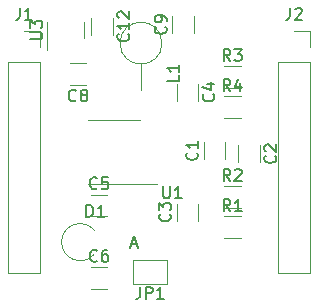
<source format=gbr>
%TF.GenerationSoftware,KiCad,Pcbnew,7.0.7*%
%TF.CreationDate,2024-03-19T13:44:43-07:00*%
%TF.ProjectId,ads7253_breakout,61647337-3235-4335-9f62-7265616b6f75,rev?*%
%TF.SameCoordinates,Original*%
%TF.FileFunction,Legend,Top*%
%TF.FilePolarity,Positive*%
%FSLAX46Y46*%
G04 Gerber Fmt 4.6, Leading zero omitted, Abs format (unit mm)*
G04 Created by KiCad (PCBNEW 7.0.7) date 2024-03-19 13:44:43*
%MOMM*%
%LPD*%
G01*
G04 APERTURE LIST*
%ADD10C,0.150000*%
%ADD11C,0.120000*%
G04 APERTURE END LIST*
D10*
X84364819Y-75516404D02*
X85174342Y-75516404D01*
X85174342Y-75516404D02*
X85269580Y-75468785D01*
X85269580Y-75468785D02*
X85317200Y-75421166D01*
X85317200Y-75421166D02*
X85364819Y-75325928D01*
X85364819Y-75325928D02*
X85364819Y-75135452D01*
X85364819Y-75135452D02*
X85317200Y-75040214D01*
X85317200Y-75040214D02*
X85269580Y-74992595D01*
X85269580Y-74992595D02*
X85174342Y-74944976D01*
X85174342Y-74944976D02*
X84364819Y-74944976D01*
X84364819Y-74564023D02*
X84364819Y-73944976D01*
X84364819Y-73944976D02*
X84745771Y-74278309D01*
X84745771Y-74278309D02*
X84745771Y-74135452D01*
X84745771Y-74135452D02*
X84793390Y-74040214D01*
X84793390Y-74040214D02*
X84841009Y-73992595D01*
X84841009Y-73992595D02*
X84936247Y-73944976D01*
X84936247Y-73944976D02*
X85174342Y-73944976D01*
X85174342Y-73944976D02*
X85269580Y-73992595D01*
X85269580Y-73992595D02*
X85317200Y-74040214D01*
X85317200Y-74040214D02*
X85364819Y-74135452D01*
X85364819Y-74135452D02*
X85364819Y-74421166D01*
X85364819Y-74421166D02*
X85317200Y-74516404D01*
X85317200Y-74516404D02*
X85269580Y-74564023D01*
X95611845Y-87979819D02*
X95611845Y-88789342D01*
X95611845Y-88789342D02*
X95659464Y-88884580D01*
X95659464Y-88884580D02*
X95707083Y-88932200D01*
X95707083Y-88932200D02*
X95802321Y-88979819D01*
X95802321Y-88979819D02*
X95992797Y-88979819D01*
X95992797Y-88979819D02*
X96088035Y-88932200D01*
X96088035Y-88932200D02*
X96135654Y-88884580D01*
X96135654Y-88884580D02*
X96183273Y-88789342D01*
X96183273Y-88789342D02*
X96183273Y-87979819D01*
X97183273Y-88979819D02*
X96611845Y-88979819D01*
X96897559Y-88979819D02*
X96897559Y-87979819D01*
X96897559Y-87979819D02*
X96802321Y-88122676D01*
X96802321Y-88122676D02*
X96707083Y-88217914D01*
X96707083Y-88217914D02*
X96611845Y-88265533D01*
X101287083Y-79914819D02*
X100953750Y-79438628D01*
X100715655Y-79914819D02*
X100715655Y-78914819D01*
X100715655Y-78914819D02*
X101096607Y-78914819D01*
X101096607Y-78914819D02*
X101191845Y-78962438D01*
X101191845Y-78962438D02*
X101239464Y-79010057D01*
X101239464Y-79010057D02*
X101287083Y-79105295D01*
X101287083Y-79105295D02*
X101287083Y-79248152D01*
X101287083Y-79248152D02*
X101239464Y-79343390D01*
X101239464Y-79343390D02*
X101191845Y-79391009D01*
X101191845Y-79391009D02*
X101096607Y-79438628D01*
X101096607Y-79438628D02*
X100715655Y-79438628D01*
X102144226Y-79248152D02*
X102144226Y-79914819D01*
X101906131Y-78867200D02*
X101668036Y-79581485D01*
X101668036Y-79581485D02*
X102287083Y-79581485D01*
X101287083Y-77374819D02*
X100953750Y-76898628D01*
X100715655Y-77374819D02*
X100715655Y-76374819D01*
X100715655Y-76374819D02*
X101096607Y-76374819D01*
X101096607Y-76374819D02*
X101191845Y-76422438D01*
X101191845Y-76422438D02*
X101239464Y-76470057D01*
X101239464Y-76470057D02*
X101287083Y-76565295D01*
X101287083Y-76565295D02*
X101287083Y-76708152D01*
X101287083Y-76708152D02*
X101239464Y-76803390D01*
X101239464Y-76803390D02*
X101191845Y-76851009D01*
X101191845Y-76851009D02*
X101096607Y-76898628D01*
X101096607Y-76898628D02*
X100715655Y-76898628D01*
X101620417Y-76374819D02*
X102239464Y-76374819D01*
X102239464Y-76374819D02*
X101906131Y-76755771D01*
X101906131Y-76755771D02*
X102048988Y-76755771D01*
X102048988Y-76755771D02*
X102144226Y-76803390D01*
X102144226Y-76803390D02*
X102191845Y-76851009D01*
X102191845Y-76851009D02*
X102239464Y-76946247D01*
X102239464Y-76946247D02*
X102239464Y-77184342D01*
X102239464Y-77184342D02*
X102191845Y-77279580D01*
X102191845Y-77279580D02*
X102144226Y-77327200D01*
X102144226Y-77327200D02*
X102048988Y-77374819D01*
X102048988Y-77374819D02*
X101763274Y-77374819D01*
X101763274Y-77374819D02*
X101668036Y-77327200D01*
X101668036Y-77327200D02*
X101620417Y-77279580D01*
X101287083Y-87534819D02*
X100953750Y-87058628D01*
X100715655Y-87534819D02*
X100715655Y-86534819D01*
X100715655Y-86534819D02*
X101096607Y-86534819D01*
X101096607Y-86534819D02*
X101191845Y-86582438D01*
X101191845Y-86582438D02*
X101239464Y-86630057D01*
X101239464Y-86630057D02*
X101287083Y-86725295D01*
X101287083Y-86725295D02*
X101287083Y-86868152D01*
X101287083Y-86868152D02*
X101239464Y-86963390D01*
X101239464Y-86963390D02*
X101191845Y-87011009D01*
X101191845Y-87011009D02*
X101096607Y-87058628D01*
X101096607Y-87058628D02*
X100715655Y-87058628D01*
X101668036Y-86630057D02*
X101715655Y-86582438D01*
X101715655Y-86582438D02*
X101810893Y-86534819D01*
X101810893Y-86534819D02*
X102048988Y-86534819D01*
X102048988Y-86534819D02*
X102144226Y-86582438D01*
X102144226Y-86582438D02*
X102191845Y-86630057D01*
X102191845Y-86630057D02*
X102239464Y-86725295D01*
X102239464Y-86725295D02*
X102239464Y-86820533D01*
X102239464Y-86820533D02*
X102191845Y-86963390D01*
X102191845Y-86963390D02*
X101620417Y-87534819D01*
X101620417Y-87534819D02*
X102239464Y-87534819D01*
X101287083Y-90074819D02*
X100953750Y-89598628D01*
X100715655Y-90074819D02*
X100715655Y-89074819D01*
X100715655Y-89074819D02*
X101096607Y-89074819D01*
X101096607Y-89074819D02*
X101191845Y-89122438D01*
X101191845Y-89122438D02*
X101239464Y-89170057D01*
X101239464Y-89170057D02*
X101287083Y-89265295D01*
X101287083Y-89265295D02*
X101287083Y-89408152D01*
X101287083Y-89408152D02*
X101239464Y-89503390D01*
X101239464Y-89503390D02*
X101191845Y-89551009D01*
X101191845Y-89551009D02*
X101096607Y-89598628D01*
X101096607Y-89598628D02*
X100715655Y-89598628D01*
X102239464Y-90074819D02*
X101668036Y-90074819D01*
X101953750Y-90074819D02*
X101953750Y-89074819D01*
X101953750Y-89074819D02*
X101858512Y-89217676D01*
X101858512Y-89217676D02*
X101763274Y-89312914D01*
X101763274Y-89312914D02*
X101668036Y-89360533D01*
X96950819Y-78564666D02*
X96950819Y-79040856D01*
X96950819Y-79040856D02*
X95950819Y-79040856D01*
X96950819Y-77707523D02*
X96950819Y-78278951D01*
X96950819Y-77993237D02*
X95950819Y-77993237D01*
X95950819Y-77993237D02*
X96093676Y-78088475D01*
X96093676Y-78088475D02*
X96188914Y-78183713D01*
X96188914Y-78183713D02*
X96236533Y-78278951D01*
X93654666Y-96504819D02*
X93654666Y-97219104D01*
X93654666Y-97219104D02*
X93607047Y-97361961D01*
X93607047Y-97361961D02*
X93511809Y-97457200D01*
X93511809Y-97457200D02*
X93368952Y-97504819D01*
X93368952Y-97504819D02*
X93273714Y-97504819D01*
X94130857Y-97504819D02*
X94130857Y-96504819D01*
X94130857Y-96504819D02*
X94511809Y-96504819D01*
X94511809Y-96504819D02*
X94607047Y-96552438D01*
X94607047Y-96552438D02*
X94654666Y-96600057D01*
X94654666Y-96600057D02*
X94702285Y-96695295D01*
X94702285Y-96695295D02*
X94702285Y-96838152D01*
X94702285Y-96838152D02*
X94654666Y-96933390D01*
X94654666Y-96933390D02*
X94607047Y-96981009D01*
X94607047Y-96981009D02*
X94511809Y-97028628D01*
X94511809Y-97028628D02*
X94130857Y-97028628D01*
X95654666Y-97504819D02*
X95083238Y-97504819D01*
X95368952Y-97504819D02*
X95368952Y-96504819D01*
X95368952Y-96504819D02*
X95273714Y-96647676D01*
X95273714Y-96647676D02*
X95178476Y-96742914D01*
X95178476Y-96742914D02*
X95083238Y-96790533D01*
X106346666Y-72884819D02*
X106346666Y-73599104D01*
X106346666Y-73599104D02*
X106299047Y-73741961D01*
X106299047Y-73741961D02*
X106203809Y-73837200D01*
X106203809Y-73837200D02*
X106060952Y-73884819D01*
X106060952Y-73884819D02*
X105965714Y-73884819D01*
X106775238Y-72980057D02*
X106822857Y-72932438D01*
X106822857Y-72932438D02*
X106918095Y-72884819D01*
X106918095Y-72884819D02*
X107156190Y-72884819D01*
X107156190Y-72884819D02*
X107251428Y-72932438D01*
X107251428Y-72932438D02*
X107299047Y-72980057D01*
X107299047Y-72980057D02*
X107346666Y-73075295D01*
X107346666Y-73075295D02*
X107346666Y-73170533D01*
X107346666Y-73170533D02*
X107299047Y-73313390D01*
X107299047Y-73313390D02*
X106727619Y-73884819D01*
X106727619Y-73884819D02*
X107346666Y-73884819D01*
X83486666Y-72884819D02*
X83486666Y-73599104D01*
X83486666Y-73599104D02*
X83439047Y-73741961D01*
X83439047Y-73741961D02*
X83343809Y-73837200D01*
X83343809Y-73837200D02*
X83200952Y-73884819D01*
X83200952Y-73884819D02*
X83105714Y-73884819D01*
X84486666Y-73884819D02*
X83915238Y-73884819D01*
X84200952Y-73884819D02*
X84200952Y-72884819D01*
X84200952Y-72884819D02*
X84105714Y-73027676D01*
X84105714Y-73027676D02*
X84010476Y-73122914D01*
X84010476Y-73122914D02*
X83915238Y-73170533D01*
X89101575Y-90555605D02*
X89101575Y-89555605D01*
X89101575Y-89555605D02*
X89339670Y-89555605D01*
X89339670Y-89555605D02*
X89482527Y-89603224D01*
X89482527Y-89603224D02*
X89577765Y-89698462D01*
X89577765Y-89698462D02*
X89625384Y-89793700D01*
X89625384Y-89793700D02*
X89673003Y-89984176D01*
X89673003Y-89984176D02*
X89673003Y-90127033D01*
X89673003Y-90127033D02*
X89625384Y-90317509D01*
X89625384Y-90317509D02*
X89577765Y-90412747D01*
X89577765Y-90412747D02*
X89482527Y-90507986D01*
X89482527Y-90507986D02*
X89339670Y-90555605D01*
X89339670Y-90555605D02*
X89101575Y-90555605D01*
X90625384Y-90555605D02*
X90053956Y-90555605D01*
X90339670Y-90555605D02*
X90339670Y-89555605D01*
X90339670Y-89555605D02*
X90244432Y-89698462D01*
X90244432Y-89698462D02*
X90149194Y-89793700D01*
X90149194Y-89793700D02*
X90053956Y-89841319D01*
X92871575Y-92879104D02*
X93347765Y-92879104D01*
X92776337Y-93164819D02*
X93109670Y-92164819D01*
X93109670Y-92164819D02*
X93443003Y-93164819D01*
X92633580Y-75064857D02*
X92681200Y-75112476D01*
X92681200Y-75112476D02*
X92728819Y-75255333D01*
X92728819Y-75255333D02*
X92728819Y-75350571D01*
X92728819Y-75350571D02*
X92681200Y-75493428D01*
X92681200Y-75493428D02*
X92585961Y-75588666D01*
X92585961Y-75588666D02*
X92490723Y-75636285D01*
X92490723Y-75636285D02*
X92300247Y-75683904D01*
X92300247Y-75683904D02*
X92157390Y-75683904D01*
X92157390Y-75683904D02*
X91966914Y-75636285D01*
X91966914Y-75636285D02*
X91871676Y-75588666D01*
X91871676Y-75588666D02*
X91776438Y-75493428D01*
X91776438Y-75493428D02*
X91728819Y-75350571D01*
X91728819Y-75350571D02*
X91728819Y-75255333D01*
X91728819Y-75255333D02*
X91776438Y-75112476D01*
X91776438Y-75112476D02*
X91824057Y-75064857D01*
X92728819Y-74112476D02*
X92728819Y-74683904D01*
X92728819Y-74398190D02*
X91728819Y-74398190D01*
X91728819Y-74398190D02*
X91871676Y-74493428D01*
X91871676Y-74493428D02*
X91966914Y-74588666D01*
X91966914Y-74588666D02*
X92014533Y-74683904D01*
X91824057Y-73731523D02*
X91776438Y-73683904D01*
X91776438Y-73683904D02*
X91728819Y-73588666D01*
X91728819Y-73588666D02*
X91728819Y-73350571D01*
X91728819Y-73350571D02*
X91776438Y-73255333D01*
X91776438Y-73255333D02*
X91824057Y-73207714D01*
X91824057Y-73207714D02*
X91919295Y-73160095D01*
X91919295Y-73160095D02*
X92014533Y-73160095D01*
X92014533Y-73160095D02*
X92157390Y-73207714D01*
X92157390Y-73207714D02*
X92728819Y-73779142D01*
X92728819Y-73779142D02*
X92728819Y-73160095D01*
X95791580Y-74462166D02*
X95839200Y-74509785D01*
X95839200Y-74509785D02*
X95886819Y-74652642D01*
X95886819Y-74652642D02*
X95886819Y-74747880D01*
X95886819Y-74747880D02*
X95839200Y-74890737D01*
X95839200Y-74890737D02*
X95743961Y-74985975D01*
X95743961Y-74985975D02*
X95648723Y-75033594D01*
X95648723Y-75033594D02*
X95458247Y-75081213D01*
X95458247Y-75081213D02*
X95315390Y-75081213D01*
X95315390Y-75081213D02*
X95124914Y-75033594D01*
X95124914Y-75033594D02*
X95029676Y-74985975D01*
X95029676Y-74985975D02*
X94934438Y-74890737D01*
X94934438Y-74890737D02*
X94886819Y-74747880D01*
X94886819Y-74747880D02*
X94886819Y-74652642D01*
X94886819Y-74652642D02*
X94934438Y-74509785D01*
X94934438Y-74509785D02*
X94982057Y-74462166D01*
X95886819Y-73985975D02*
X95886819Y-73795499D01*
X95886819Y-73795499D02*
X95839200Y-73700261D01*
X95839200Y-73700261D02*
X95791580Y-73652642D01*
X95791580Y-73652642D02*
X95648723Y-73557404D01*
X95648723Y-73557404D02*
X95458247Y-73509785D01*
X95458247Y-73509785D02*
X95077295Y-73509785D01*
X95077295Y-73509785D02*
X94982057Y-73557404D01*
X94982057Y-73557404D02*
X94934438Y-73605023D01*
X94934438Y-73605023D02*
X94886819Y-73700261D01*
X94886819Y-73700261D02*
X94886819Y-73890737D01*
X94886819Y-73890737D02*
X94934438Y-73985975D01*
X94934438Y-73985975D02*
X94982057Y-74033594D01*
X94982057Y-74033594D02*
X95077295Y-74081213D01*
X95077295Y-74081213D02*
X95315390Y-74081213D01*
X95315390Y-74081213D02*
X95410628Y-74033594D01*
X95410628Y-74033594D02*
X95458247Y-73985975D01*
X95458247Y-73985975D02*
X95505866Y-73890737D01*
X95505866Y-73890737D02*
X95505866Y-73700261D01*
X95505866Y-73700261D02*
X95458247Y-73605023D01*
X95458247Y-73605023D02*
X95410628Y-73557404D01*
X95410628Y-73557404D02*
X95315390Y-73509785D01*
X88225333Y-80695580D02*
X88177714Y-80743200D01*
X88177714Y-80743200D02*
X88034857Y-80790819D01*
X88034857Y-80790819D02*
X87939619Y-80790819D01*
X87939619Y-80790819D02*
X87796762Y-80743200D01*
X87796762Y-80743200D02*
X87701524Y-80647961D01*
X87701524Y-80647961D02*
X87653905Y-80552723D01*
X87653905Y-80552723D02*
X87606286Y-80362247D01*
X87606286Y-80362247D02*
X87606286Y-80219390D01*
X87606286Y-80219390D02*
X87653905Y-80028914D01*
X87653905Y-80028914D02*
X87701524Y-79933676D01*
X87701524Y-79933676D02*
X87796762Y-79838438D01*
X87796762Y-79838438D02*
X87939619Y-79790819D01*
X87939619Y-79790819D02*
X88034857Y-79790819D01*
X88034857Y-79790819D02*
X88177714Y-79838438D01*
X88177714Y-79838438D02*
X88225333Y-79886057D01*
X88796762Y-80219390D02*
X88701524Y-80171771D01*
X88701524Y-80171771D02*
X88653905Y-80124152D01*
X88653905Y-80124152D02*
X88606286Y-80028914D01*
X88606286Y-80028914D02*
X88606286Y-79981295D01*
X88606286Y-79981295D02*
X88653905Y-79886057D01*
X88653905Y-79886057D02*
X88701524Y-79838438D01*
X88701524Y-79838438D02*
X88796762Y-79790819D01*
X88796762Y-79790819D02*
X88987238Y-79790819D01*
X88987238Y-79790819D02*
X89082476Y-79838438D01*
X89082476Y-79838438D02*
X89130095Y-79886057D01*
X89130095Y-79886057D02*
X89177714Y-79981295D01*
X89177714Y-79981295D02*
X89177714Y-80028914D01*
X89177714Y-80028914D02*
X89130095Y-80124152D01*
X89130095Y-80124152D02*
X89082476Y-80171771D01*
X89082476Y-80171771D02*
X88987238Y-80219390D01*
X88987238Y-80219390D02*
X88796762Y-80219390D01*
X88796762Y-80219390D02*
X88701524Y-80267009D01*
X88701524Y-80267009D02*
X88653905Y-80314628D01*
X88653905Y-80314628D02*
X88606286Y-80409866D01*
X88606286Y-80409866D02*
X88606286Y-80600342D01*
X88606286Y-80600342D02*
X88653905Y-80695580D01*
X88653905Y-80695580D02*
X88701524Y-80743200D01*
X88701524Y-80743200D02*
X88796762Y-80790819D01*
X88796762Y-80790819D02*
X88987238Y-80790819D01*
X88987238Y-80790819D02*
X89082476Y-80743200D01*
X89082476Y-80743200D02*
X89130095Y-80695580D01*
X89130095Y-80695580D02*
X89177714Y-80600342D01*
X89177714Y-80600342D02*
X89177714Y-80409866D01*
X89177714Y-80409866D02*
X89130095Y-80314628D01*
X89130095Y-80314628D02*
X89082476Y-80267009D01*
X89082476Y-80267009D02*
X88987238Y-80219390D01*
X90003333Y-94267580D02*
X89955714Y-94315200D01*
X89955714Y-94315200D02*
X89812857Y-94362819D01*
X89812857Y-94362819D02*
X89717619Y-94362819D01*
X89717619Y-94362819D02*
X89574762Y-94315200D01*
X89574762Y-94315200D02*
X89479524Y-94219961D01*
X89479524Y-94219961D02*
X89431905Y-94124723D01*
X89431905Y-94124723D02*
X89384286Y-93934247D01*
X89384286Y-93934247D02*
X89384286Y-93791390D01*
X89384286Y-93791390D02*
X89431905Y-93600914D01*
X89431905Y-93600914D02*
X89479524Y-93505676D01*
X89479524Y-93505676D02*
X89574762Y-93410438D01*
X89574762Y-93410438D02*
X89717619Y-93362819D01*
X89717619Y-93362819D02*
X89812857Y-93362819D01*
X89812857Y-93362819D02*
X89955714Y-93410438D01*
X89955714Y-93410438D02*
X90003333Y-93458057D01*
X90860476Y-93362819D02*
X90670000Y-93362819D01*
X90670000Y-93362819D02*
X90574762Y-93410438D01*
X90574762Y-93410438D02*
X90527143Y-93458057D01*
X90527143Y-93458057D02*
X90431905Y-93600914D01*
X90431905Y-93600914D02*
X90384286Y-93791390D01*
X90384286Y-93791390D02*
X90384286Y-94172342D01*
X90384286Y-94172342D02*
X90431905Y-94267580D01*
X90431905Y-94267580D02*
X90479524Y-94315200D01*
X90479524Y-94315200D02*
X90574762Y-94362819D01*
X90574762Y-94362819D02*
X90765238Y-94362819D01*
X90765238Y-94362819D02*
X90860476Y-94315200D01*
X90860476Y-94315200D02*
X90908095Y-94267580D01*
X90908095Y-94267580D02*
X90955714Y-94172342D01*
X90955714Y-94172342D02*
X90955714Y-93934247D01*
X90955714Y-93934247D02*
X90908095Y-93839009D01*
X90908095Y-93839009D02*
X90860476Y-93791390D01*
X90860476Y-93791390D02*
X90765238Y-93743771D01*
X90765238Y-93743771D02*
X90574762Y-93743771D01*
X90574762Y-93743771D02*
X90479524Y-93791390D01*
X90479524Y-93791390D02*
X90431905Y-93839009D01*
X90431905Y-93839009D02*
X90384286Y-93934247D01*
X90003333Y-88123580D02*
X89955714Y-88171200D01*
X89955714Y-88171200D02*
X89812857Y-88218819D01*
X89812857Y-88218819D02*
X89717619Y-88218819D01*
X89717619Y-88218819D02*
X89574762Y-88171200D01*
X89574762Y-88171200D02*
X89479524Y-88075961D01*
X89479524Y-88075961D02*
X89431905Y-87980723D01*
X89431905Y-87980723D02*
X89384286Y-87790247D01*
X89384286Y-87790247D02*
X89384286Y-87647390D01*
X89384286Y-87647390D02*
X89431905Y-87456914D01*
X89431905Y-87456914D02*
X89479524Y-87361676D01*
X89479524Y-87361676D02*
X89574762Y-87266438D01*
X89574762Y-87266438D02*
X89717619Y-87218819D01*
X89717619Y-87218819D02*
X89812857Y-87218819D01*
X89812857Y-87218819D02*
X89955714Y-87266438D01*
X89955714Y-87266438D02*
X90003333Y-87314057D01*
X90908095Y-87218819D02*
X90431905Y-87218819D01*
X90431905Y-87218819D02*
X90384286Y-87695009D01*
X90384286Y-87695009D02*
X90431905Y-87647390D01*
X90431905Y-87647390D02*
X90527143Y-87599771D01*
X90527143Y-87599771D02*
X90765238Y-87599771D01*
X90765238Y-87599771D02*
X90860476Y-87647390D01*
X90860476Y-87647390D02*
X90908095Y-87695009D01*
X90908095Y-87695009D02*
X90955714Y-87790247D01*
X90955714Y-87790247D02*
X90955714Y-88028342D01*
X90955714Y-88028342D02*
X90908095Y-88123580D01*
X90908095Y-88123580D02*
X90860476Y-88171200D01*
X90860476Y-88171200D02*
X90765238Y-88218819D01*
X90765238Y-88218819D02*
X90527143Y-88218819D01*
X90527143Y-88218819D02*
X90431905Y-88171200D01*
X90431905Y-88171200D02*
X90384286Y-88123580D01*
X99853330Y-80176666D02*
X99900950Y-80224285D01*
X99900950Y-80224285D02*
X99948569Y-80367142D01*
X99948569Y-80367142D02*
X99948569Y-80462380D01*
X99948569Y-80462380D02*
X99900950Y-80605237D01*
X99900950Y-80605237D02*
X99805711Y-80700475D01*
X99805711Y-80700475D02*
X99710473Y-80748094D01*
X99710473Y-80748094D02*
X99519997Y-80795713D01*
X99519997Y-80795713D02*
X99377140Y-80795713D01*
X99377140Y-80795713D02*
X99186664Y-80748094D01*
X99186664Y-80748094D02*
X99091426Y-80700475D01*
X99091426Y-80700475D02*
X98996188Y-80605237D01*
X98996188Y-80605237D02*
X98948569Y-80462380D01*
X98948569Y-80462380D02*
X98948569Y-80367142D01*
X98948569Y-80367142D02*
X98996188Y-80224285D01*
X98996188Y-80224285D02*
X99043807Y-80176666D01*
X99281902Y-79319523D02*
X99948569Y-79319523D01*
X98900950Y-79557618D02*
X99615235Y-79795713D01*
X99615235Y-79795713D02*
X99615235Y-79176666D01*
X96153330Y-90336666D02*
X96200950Y-90384285D01*
X96200950Y-90384285D02*
X96248569Y-90527142D01*
X96248569Y-90527142D02*
X96248569Y-90622380D01*
X96248569Y-90622380D02*
X96200950Y-90765237D01*
X96200950Y-90765237D02*
X96105711Y-90860475D01*
X96105711Y-90860475D02*
X96010473Y-90908094D01*
X96010473Y-90908094D02*
X95819997Y-90955713D01*
X95819997Y-90955713D02*
X95677140Y-90955713D01*
X95677140Y-90955713D02*
X95486664Y-90908094D01*
X95486664Y-90908094D02*
X95391426Y-90860475D01*
X95391426Y-90860475D02*
X95296188Y-90765237D01*
X95296188Y-90765237D02*
X95248569Y-90622380D01*
X95248569Y-90622380D02*
X95248569Y-90527142D01*
X95248569Y-90527142D02*
X95296188Y-90384285D01*
X95296188Y-90384285D02*
X95343807Y-90336666D01*
X95248569Y-90003332D02*
X95248569Y-89384285D01*
X95248569Y-89384285D02*
X95629521Y-89717618D01*
X95629521Y-89717618D02*
X95629521Y-89574761D01*
X95629521Y-89574761D02*
X95677140Y-89479523D01*
X95677140Y-89479523D02*
X95724759Y-89431904D01*
X95724759Y-89431904D02*
X95819997Y-89384285D01*
X95819997Y-89384285D02*
X96058092Y-89384285D01*
X96058092Y-89384285D02*
X96153330Y-89431904D01*
X96153330Y-89431904D02*
X96200950Y-89479523D01*
X96200950Y-89479523D02*
X96248569Y-89574761D01*
X96248569Y-89574761D02*
X96248569Y-89860475D01*
X96248569Y-89860475D02*
X96200950Y-89955713D01*
X96200950Y-89955713D02*
X96153330Y-90003332D01*
X105079580Y-85383666D02*
X105127200Y-85431285D01*
X105127200Y-85431285D02*
X105174819Y-85574142D01*
X105174819Y-85574142D02*
X105174819Y-85669380D01*
X105174819Y-85669380D02*
X105127200Y-85812237D01*
X105127200Y-85812237D02*
X105031961Y-85907475D01*
X105031961Y-85907475D02*
X104936723Y-85955094D01*
X104936723Y-85955094D02*
X104746247Y-86002713D01*
X104746247Y-86002713D02*
X104603390Y-86002713D01*
X104603390Y-86002713D02*
X104412914Y-85955094D01*
X104412914Y-85955094D02*
X104317676Y-85907475D01*
X104317676Y-85907475D02*
X104222438Y-85812237D01*
X104222438Y-85812237D02*
X104174819Y-85669380D01*
X104174819Y-85669380D02*
X104174819Y-85574142D01*
X104174819Y-85574142D02*
X104222438Y-85431285D01*
X104222438Y-85431285D02*
X104270057Y-85383666D01*
X104270057Y-85002713D02*
X104222438Y-84955094D01*
X104222438Y-84955094D02*
X104174819Y-84859856D01*
X104174819Y-84859856D02*
X104174819Y-84621761D01*
X104174819Y-84621761D02*
X104222438Y-84526523D01*
X104222438Y-84526523D02*
X104270057Y-84478904D01*
X104270057Y-84478904D02*
X104365295Y-84431285D01*
X104365295Y-84431285D02*
X104460533Y-84431285D01*
X104460533Y-84431285D02*
X104603390Y-84478904D01*
X104603390Y-84478904D02*
X105174819Y-85050332D01*
X105174819Y-85050332D02*
X105174819Y-84431285D01*
X98458580Y-85129666D02*
X98506200Y-85177285D01*
X98506200Y-85177285D02*
X98553819Y-85320142D01*
X98553819Y-85320142D02*
X98553819Y-85415380D01*
X98553819Y-85415380D02*
X98506200Y-85558237D01*
X98506200Y-85558237D02*
X98410961Y-85653475D01*
X98410961Y-85653475D02*
X98315723Y-85701094D01*
X98315723Y-85701094D02*
X98125247Y-85748713D01*
X98125247Y-85748713D02*
X97982390Y-85748713D01*
X97982390Y-85748713D02*
X97791914Y-85701094D01*
X97791914Y-85701094D02*
X97696676Y-85653475D01*
X97696676Y-85653475D02*
X97601438Y-85558237D01*
X97601438Y-85558237D02*
X97553819Y-85415380D01*
X97553819Y-85415380D02*
X97553819Y-85320142D01*
X97553819Y-85320142D02*
X97601438Y-85177285D01*
X97601438Y-85177285D02*
X97649057Y-85129666D01*
X98553819Y-84177285D02*
X98553819Y-84748713D01*
X98553819Y-84462999D02*
X97553819Y-84462999D01*
X97553819Y-84462999D02*
X97696676Y-84558237D01*
X97696676Y-84558237D02*
X97791914Y-84653475D01*
X97791914Y-84653475D02*
X97839533Y-84748713D01*
D11*
%TO.C,U3*%
X85750000Y-74754500D02*
X85750000Y-74104500D01*
X88870000Y-74754500D02*
X88870000Y-74104500D01*
X85750000Y-74754500D02*
X85750000Y-76429500D01*
X88870000Y-74754500D02*
X88870000Y-75404500D01*
%TO.C,U1*%
X91440000Y-82340000D02*
X93640000Y-82340000D01*
X91440000Y-87810000D02*
X89240000Y-87810000D01*
X91440000Y-87810000D02*
X95040000Y-87810000D01*
X91440000Y-82340000D02*
X89240000Y-82340000D01*
%TO.C,R4*%
X100726686Y-80370000D02*
X102180814Y-80370000D01*
X100726686Y-82190000D02*
X102180814Y-82190000D01*
%TO.C,R3*%
X100726686Y-77830000D02*
X102180814Y-77830000D01*
X100726686Y-79650000D02*
X102180814Y-79650000D01*
%TO.C,R2*%
X100726686Y-87990000D02*
X102180814Y-87990000D01*
X100726686Y-89810000D02*
X102180814Y-89810000D01*
%TO.C,R1*%
X100726686Y-90530000D02*
X102180814Y-90530000D01*
X100726686Y-92350000D02*
X102180814Y-92350000D01*
%TO.C,L1*%
X93726000Y-77628000D02*
X93726000Y-79838000D01*
X95496000Y-75858000D02*
G75*
G03*
X95496000Y-75858000I-1770000J0D01*
G01*
%TO.C,JP1*%
X95888000Y-94250000D02*
X95888000Y-96250000D01*
X93088000Y-94250000D02*
X95888000Y-94250000D01*
X93088000Y-96250000D02*
X93088000Y-94250000D01*
X95888000Y-96250000D02*
X93088000Y-96250000D01*
%TO.C,J2*%
X108010000Y-74870000D02*
X108010000Y-76200000D01*
X105350000Y-77470000D02*
X108010000Y-77470000D01*
X108010000Y-77470000D02*
X108010000Y-95310000D01*
X105350000Y-95310000D02*
X108010000Y-95310000D01*
X105350000Y-77470000D02*
X105350000Y-95310000D01*
X106680000Y-74870000D02*
X108010000Y-74870000D01*
%TO.C,J1*%
X85150000Y-74870000D02*
X85150000Y-76200000D01*
X82490000Y-77470000D02*
X85150000Y-77470000D01*
X85150000Y-77470000D02*
X85150000Y-95310000D01*
X82490000Y-95310000D02*
X85150000Y-95310000D01*
X82490000Y-77470000D02*
X82490000Y-95310000D01*
X83820000Y-74870000D02*
X85150000Y-74870000D01*
%TO.C,D1*%
X89780442Y-91710000D02*
G75*
G03*
X89720923Y-93777982I-1210772J-1000000D01*
G01*
%TO.C,C12*%
X89514000Y-73710748D02*
X89514000Y-75133252D01*
X91334000Y-73710748D02*
X91334000Y-75133252D01*
%TO.C,C9*%
X98192000Y-75006752D02*
X98192000Y-73584248D01*
X96372000Y-75006752D02*
X96372000Y-73584248D01*
%TO.C,C8*%
X89103252Y-77576000D02*
X87680748Y-77576000D01*
X89103252Y-79396000D02*
X87680748Y-79396000D01*
%TO.C,C6*%
X89458748Y-96668000D02*
X90881252Y-96668000D01*
X89458748Y-94848000D02*
X90881252Y-94848000D01*
%TO.C,C5*%
X89458748Y-90524000D02*
X90881252Y-90524000D01*
X89458748Y-88704000D02*
X90881252Y-88704000D01*
%TO.C,C4*%
X96733750Y-79298748D02*
X96733750Y-80721252D01*
X98553750Y-79298748D02*
X98553750Y-80721252D01*
%TO.C,C3*%
X96733750Y-90881252D02*
X96733750Y-89458748D01*
X98553750Y-90881252D02*
X98553750Y-89458748D01*
%TO.C,C2*%
X101960000Y-84505748D02*
X101960000Y-85928252D01*
X103780000Y-84505748D02*
X103780000Y-85928252D01*
%TO.C,C1*%
X100859000Y-85674252D02*
X100859000Y-84251748D01*
X99039000Y-85674252D02*
X99039000Y-84251748D01*
%TD*%
M02*

</source>
